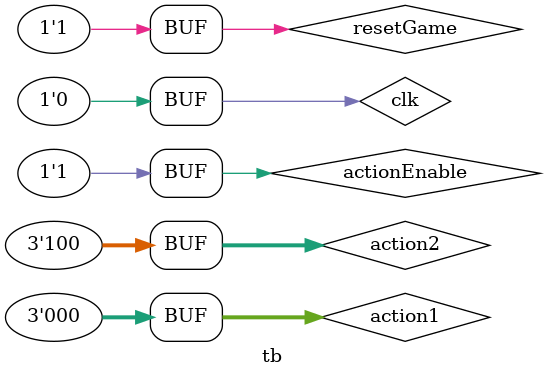
<source format=v>
module tb;
    reg clk;
    reg[2:0] action1;
    reg[2:0] action2;
    reg actionEnable;
    reg resetGame;
    wire[1:0] health1;
    wire[1:0] health2;
    wire firstWin;
    wire secondWin;
    wire[2:0] state1;
    wire[2:0] state2;

    fightingGame fG(health1, health2, firstWin, secondWin, state1,
     state2, clk, action1, action2, actionEnable, resetGame);
    //clk
    initial
        begin
            clk = 0;
            resetGame = 0;
            #5 resetGame = 1; 
            repeat (60)
            #5 clk = ~clk;
        end
    
    //start action    
    initial
        begin
            actionEnable = 0; 
            repeat(23)
            #10 actionEnable = ~actionEnable;
        end   
    initial
        begin
            action1 = 3'b110;
            action2 = 3'b100;
            #20
            action1 = 3'b110;
            action2 = 3'b100;
            #20
            action1 = 3'b001;
            action2 = 3'b011;
            #20
            action1 = 3'b001;
            action2 = 3'b000;
            #20
            action1 = 3'b001;
            action2 = 3'b001;
            #20
            action1 = 3'b110;
            action2 = 3'b010;
            #20
            action1 = 3'b011;
            action2 = 3'b010;
            #20
            action1 = 3'b001;
            action2 = 3'b000;
            #20
            action1 = 3'b000;
            action2 = 3'b011;
            #20
            action1 = 3'b100;
            action2 = 3'b000;
            #20
            action1 = 3'b000;
            action2 = 3'b100;
        end    

endmodule
</source>
